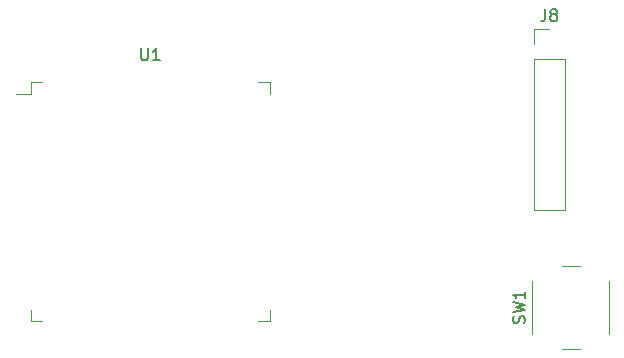
<source format=gbr>
%TF.GenerationSoftware,KiCad,Pcbnew,7.0.0*%
%TF.CreationDate,2023-03-08T02:35:56-06:00*%
%TF.ProjectId,finalproj_breakout,66696e61-6c70-4726-9f6a-5f627265616b,rev?*%
%TF.SameCoordinates,Original*%
%TF.FileFunction,Legend,Top*%
%TF.FilePolarity,Positive*%
%FSLAX46Y46*%
G04 Gerber Fmt 4.6, Leading zero omitted, Abs format (unit mm)*
G04 Created by KiCad (PCBNEW 7.0.0) date 2023-03-08 02:35:56*
%MOMM*%
%LPD*%
G01*
G04 APERTURE LIST*
%ADD10C,0.150000*%
%ADD11C,0.120000*%
G04 APERTURE END LIST*
D10*
%TO.C,J8*%
X225726666Y-62950380D02*
X225726666Y-63664666D01*
X225726666Y-63664666D02*
X225679047Y-63807523D01*
X225679047Y-63807523D02*
X225583809Y-63902761D01*
X225583809Y-63902761D02*
X225440952Y-63950380D01*
X225440952Y-63950380D02*
X225345714Y-63950380D01*
X226345714Y-63378952D02*
X226250476Y-63331333D01*
X226250476Y-63331333D02*
X226202857Y-63283714D01*
X226202857Y-63283714D02*
X226155238Y-63188476D01*
X226155238Y-63188476D02*
X226155238Y-63140857D01*
X226155238Y-63140857D02*
X226202857Y-63045619D01*
X226202857Y-63045619D02*
X226250476Y-62998000D01*
X226250476Y-62998000D02*
X226345714Y-62950380D01*
X226345714Y-62950380D02*
X226536190Y-62950380D01*
X226536190Y-62950380D02*
X226631428Y-62998000D01*
X226631428Y-62998000D02*
X226679047Y-63045619D01*
X226679047Y-63045619D02*
X226726666Y-63140857D01*
X226726666Y-63140857D02*
X226726666Y-63188476D01*
X226726666Y-63188476D02*
X226679047Y-63283714D01*
X226679047Y-63283714D02*
X226631428Y-63331333D01*
X226631428Y-63331333D02*
X226536190Y-63378952D01*
X226536190Y-63378952D02*
X226345714Y-63378952D01*
X226345714Y-63378952D02*
X226250476Y-63426571D01*
X226250476Y-63426571D02*
X226202857Y-63474190D01*
X226202857Y-63474190D02*
X226155238Y-63569428D01*
X226155238Y-63569428D02*
X226155238Y-63759904D01*
X226155238Y-63759904D02*
X226202857Y-63855142D01*
X226202857Y-63855142D02*
X226250476Y-63902761D01*
X226250476Y-63902761D02*
X226345714Y-63950380D01*
X226345714Y-63950380D02*
X226536190Y-63950380D01*
X226536190Y-63950380D02*
X226631428Y-63902761D01*
X226631428Y-63902761D02*
X226679047Y-63855142D01*
X226679047Y-63855142D02*
X226726666Y-63759904D01*
X226726666Y-63759904D02*
X226726666Y-63569428D01*
X226726666Y-63569428D02*
X226679047Y-63474190D01*
X226679047Y-63474190D02*
X226631428Y-63426571D01*
X226631428Y-63426571D02*
X226536190Y-63378952D01*
%TO.C,SW1*%
X223943761Y-89523332D02*
X223991380Y-89380475D01*
X223991380Y-89380475D02*
X223991380Y-89142380D01*
X223991380Y-89142380D02*
X223943761Y-89047142D01*
X223943761Y-89047142D02*
X223896142Y-88999523D01*
X223896142Y-88999523D02*
X223800904Y-88951904D01*
X223800904Y-88951904D02*
X223705666Y-88951904D01*
X223705666Y-88951904D02*
X223610428Y-88999523D01*
X223610428Y-88999523D02*
X223562809Y-89047142D01*
X223562809Y-89047142D02*
X223515190Y-89142380D01*
X223515190Y-89142380D02*
X223467571Y-89332856D01*
X223467571Y-89332856D02*
X223419952Y-89428094D01*
X223419952Y-89428094D02*
X223372333Y-89475713D01*
X223372333Y-89475713D02*
X223277095Y-89523332D01*
X223277095Y-89523332D02*
X223181857Y-89523332D01*
X223181857Y-89523332D02*
X223086619Y-89475713D01*
X223086619Y-89475713D02*
X223039000Y-89428094D01*
X223039000Y-89428094D02*
X222991380Y-89332856D01*
X222991380Y-89332856D02*
X222991380Y-89094761D01*
X222991380Y-89094761D02*
X223039000Y-88951904D01*
X222991380Y-88618570D02*
X223991380Y-88380475D01*
X223991380Y-88380475D02*
X223277095Y-88189999D01*
X223277095Y-88189999D02*
X223991380Y-87999523D01*
X223991380Y-87999523D02*
X222991380Y-87761428D01*
X223991380Y-86856666D02*
X223991380Y-87428094D01*
X223991380Y-87142380D02*
X222991380Y-87142380D01*
X222991380Y-87142380D02*
X223134238Y-87237618D01*
X223134238Y-87237618D02*
X223229476Y-87332856D01*
X223229476Y-87332856D02*
X223277095Y-87428094D01*
%TO.C,U1*%
X191516095Y-66265380D02*
X191516095Y-67074904D01*
X191516095Y-67074904D02*
X191563714Y-67170142D01*
X191563714Y-67170142D02*
X191611333Y-67217761D01*
X191611333Y-67217761D02*
X191706571Y-67265380D01*
X191706571Y-67265380D02*
X191897047Y-67265380D01*
X191897047Y-67265380D02*
X191992285Y-67217761D01*
X191992285Y-67217761D02*
X192039904Y-67170142D01*
X192039904Y-67170142D02*
X192087523Y-67074904D01*
X192087523Y-67074904D02*
X192087523Y-66265380D01*
X193087523Y-67265380D02*
X192516095Y-67265380D01*
X192801809Y-67265380D02*
X192801809Y-66265380D01*
X192801809Y-66265380D02*
X192706571Y-66408238D01*
X192706571Y-66408238D02*
X192611333Y-66503476D01*
X192611333Y-66503476D02*
X192516095Y-66551095D01*
D11*
%TO.C,J8*%
X224730000Y-64583000D02*
X226060000Y-64583000D01*
X224730000Y-65913000D02*
X224730000Y-64583000D01*
X224730000Y-67183000D02*
X224730000Y-79943000D01*
X224730000Y-67183000D02*
X227390000Y-67183000D01*
X224730000Y-79943000D02*
X227390000Y-79943000D01*
X227390000Y-67183000D02*
X227390000Y-79943000D01*
%TO.C,SW1*%
X227124000Y-91690000D02*
X228624000Y-91690000D01*
X231124000Y-90440000D02*
X231124000Y-85940000D01*
X224624000Y-85940000D02*
X224624000Y-90440000D01*
X228624000Y-84690000D02*
X227124000Y-84690000D01*
%TO.C,U1*%
X182168000Y-69138000D02*
X182168000Y-70088000D01*
X182168000Y-70088000D02*
X180878000Y-70088000D01*
X182168000Y-89358000D02*
X182168000Y-88408000D01*
X183118000Y-69138000D02*
X182168000Y-69138000D01*
X183118000Y-89358000D02*
X182168000Y-89358000D01*
X201438000Y-69138000D02*
X202388000Y-69138000D01*
X201438000Y-89358000D02*
X202388000Y-89358000D01*
X202388000Y-69138000D02*
X202388000Y-70088000D01*
X202388000Y-89358000D02*
X202388000Y-88408000D01*
%TD*%
M02*

</source>
